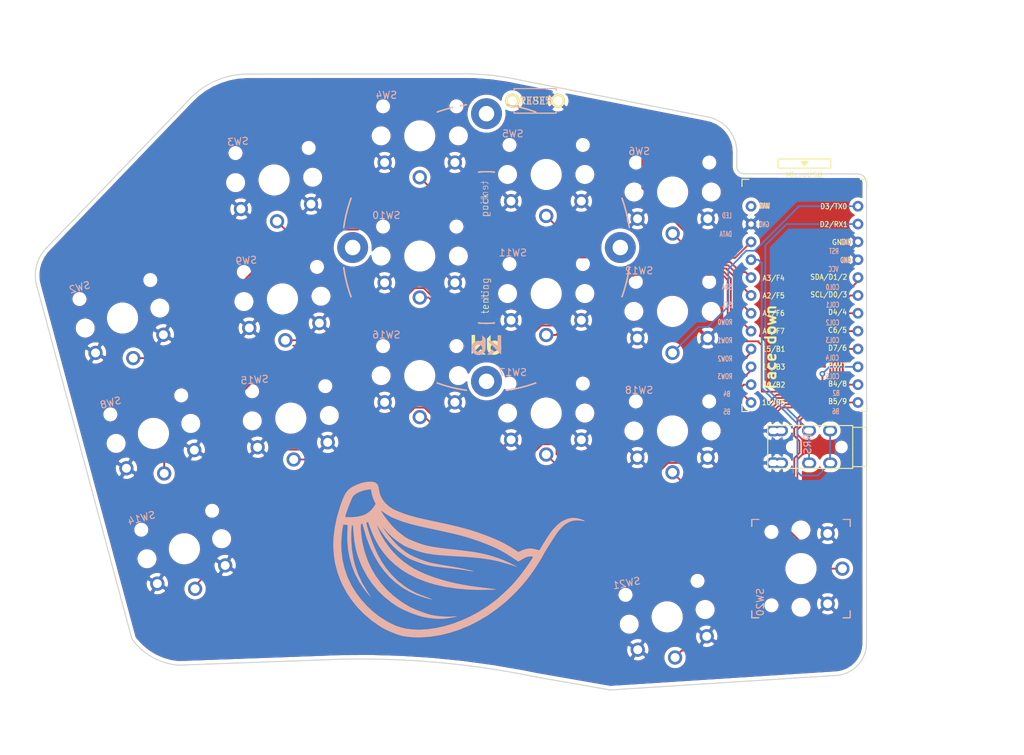
<source format=kicad_pcb>
(kicad_pcb (version 20171130) (host pcbnew 5.1.10)
  (layers (0 F.Cu signal) (31 B.Cu signal) (34 B.Paste user) (35 F.Paste user) (36 B.SilkS user) (37 F.SilkS user) (38 B.Mask user) (39 F.Mask user) (44 Edge.Cuts user))
  (net 0 "")
  (net 1 gnd)
  (net 2 vcc)
  (net 3 Switch18)
  (net 4 reset)
  (net 5 Switch1)
  (net 6 Switch2)
  (net 7 Switch3)
  (net 8 Switch4)
  (net 9 Switch5)
  (net 10 Switch6)
  (net 11 Switch7)
  (net 12 Switch8)
  (net 13 Switch9)
  (net 14 Switch10)
  (net 15 Switch11)
  (net 16 Switch12)
  (net 17 Switch13)
  (net 18 Switch14)
  (net 19 Switch15)
  (net 20 Switch16)
  (net 21 Switch17)
  (net 22 raw)
  (module Kailh:TRRS-PJ-DPB2 (layer F.Cu) (at 131.572 80.518 270)
    (fp_text reference J2)
    (fp_text value AudioJack4dpb hide)
    (fp_text user TRRS (at -0.8255 6.4135 90) (layer B.SilkS) (effects (justify mirror)))
    (pad R1 thru_hole oval (at -2.33 6.22 90) (size 1.6 2) (drill oval 0.9 1.3) (layers *.Cu *.Mask) (net 3 Switch18))
    (pad R2 thru_hole oval (at -2.33 3.22 90) (size 1.6 2) (drill oval 0.9 1.3) (layers *.Cu *.Mask) (net 2 vcc))
    (pad T thru_hole oval (at -2.33 10.22 90) (size 1.6 2) (drill oval 0.9 1.3) (layers *.Cu *.Mask) (net 1 gnd))
    (pad S thru_hole oval (at 2.27 11.32 90) (size 1.6 2) (drill oval 0.9 1.3) (layers *.Cu *.Mask) (net 1 gnd))
    (pad S thru_hole oval (at -2.3 11.3 270) (size 1.6 2) (drill oval 0.9 1.3) (layers *.Cu *.Mask) (net 1 gnd))
    (pad T thru_hole oval (at 2.3 10.2 270) (size 1.6 2) (drill oval 0.9 1.3) (layers *.Cu *.Mask) (net 1 gnd))
    (pad R2 thru_hole oval (at 2.3 3.2 270) (size 1.6 2) (drill oval 0.9 1.3) (layers *.Cu *.Mask) (net 2 vcc))
    (pad "" np_thru_hole circle (at 0 8.6 270) (size 0.8 0.8) (drill 0.8) (layers *.Cu *.Mask))
    (pad "" np_thru_hole circle (at 0 1.6 270) (size 0.8 0.8) (drill 0.8) (layers *.Cu *.Mask))
    (pad R1 thru_hole oval (at 2.3 6.2 270) (size 1.6 2) (drill oval 0.9 1.3) (layers *.Cu *.Mask) (net 3 Switch18))
  )
  (module Kailh:SW_PG1350_15_reversible_b2 (layer F.Cu) (at 124.206 97.836 90)
    (fp_text reference SW20 hide)
    (fp_text value SW_Push hide)
    (fp_text user %R (at -4.76 -5.8 90) (layer B.SilkS) (effects (justify mirror)))
    (pad "" np_thru_hole circle (at -5.5 0 90) (size 1.7018 1.7018) (drill 1.7018) (layers *.Cu *.Mask))
    (pad "" np_thru_hole circle (at 5.5 0 90) (size 1.7018 1.7018) (drill 1.7018) (layers *.Cu *.Mask))
    (pad "" np_thru_hole circle (at 5.22 -4.2 90) (size 0.9906 0.9906) (drill 0.9906) (layers *.Cu *.Mask))
    (pad 1 thru_hole circle (at 0 5.9 90) (size 2.032 2.032) (drill 1.27) (layers *.Cu *.Mask) (net 21 Switch17))
    (pad 2 thru_hole circle (at -5 3.8 90) (size 2.032 2.032) (drill 1.27) (layers *.Cu *.Mask) (net 1 gnd))
    (pad "" np_thru_hole circle (at 0 0 90) (size 3.429 3.429) (drill 3.429) (layers *.Cu *.Mask))
    (pad 2 thru_hole circle (at 5 3.8 90) (size 2.032 2.032) (drill 1.27) (layers *.Cu *.Mask) (net 1 gnd))
    (pad "" np_thru_hole circle (at -5.22 -4.2 90) (size 0.9906 0.9906) (drill 0.9906) (layers *.Cu *.Mask))
  )
  (module Kailh:SW_PG1350_rev_DPB (layer F.Cu) (at 27.626215 62.16335 15)
    (fp_text reference SW2 hide)
    (fp_text value SW_Push hide)
    (fp_text user %R (at -4.76 -5.8 15) (layer B.SilkS) (effects (justify mirror)))
    (pad "" np_thru_hole circle (at -5.5 0 15) (size 1.7018 1.7018) (drill 1.7018) (layers *.Cu *.Mask))
    (pad "" np_thru_hole circle (at 5.5 0 15) (size 1.7018 1.7018) (drill 1.7018) (layers *.Cu *.Mask))
    (pad "" np_thru_hole circle (at 5.22 -4.2 15) (size 0.9906 0.9906) (drill 0.9906) (layers *.Cu *.Mask))
    (pad 1 thru_hole circle (at 0 5.9 15) (size 2.032 2.032) (drill 1.27) (layers *.Cu *.Mask) (net 5 Switch1))
    (pad 2 thru_hole circle (at -5 3.8 15) (size 2.032 2.032) (drill 1.27) (layers *.Cu *.Mask) (net 1 gnd))
    (pad "" np_thru_hole circle (at 0 0 15) (size 3.429 3.429) (drill 3.429) (layers *.Cu *.Mask))
    (pad 2 thru_hole circle (at 5 3.8 15) (size 2.032 2.032) (drill 1.27) (layers *.Cu *.Mask) (net 1 gnd))
    (pad "" np_thru_hole circle (at -5.22 -4.2 15) (size 0.9906 0.9906) (drill 0.9906) (layers *.Cu *.Mask))
  )
  (module Kailh:SW_PG1350_rev_DPB (layer F.Cu) (at 49.20797 42.504143 4)
    (fp_text reference SW3 hide)
    (fp_text value SW_Push hide)
    (fp_text user %R (at -4.76 -5.8 4) (layer B.SilkS) (effects (justify mirror)))
    (pad "" np_thru_hole circle (at -5.5 0 4) (size 1.7018 1.7018) (drill 1.7018) (layers *.Cu *.Mask))
    (pad "" np_thru_hole circle (at 5.5 0 4) (size 1.7018 1.7018) (drill 1.7018) (layers *.Cu *.Mask))
    (pad "" np_thru_hole circle (at 5.22 -4.2 4) (size 0.9906 0.9906) (drill 0.9906) (layers *.Cu *.Mask))
    (pad 1 thru_hole circle (at 0 5.9 4) (size 2.032 2.032) (drill 1.27) (layers *.Cu *.Mask) (net 6 Switch2))
    (pad 2 thru_hole circle (at -5 3.8 4) (size 2.032 2.032) (drill 1.27) (layers *.Cu *.Mask) (net 1 gnd))
    (pad "" np_thru_hole circle (at 0 0 4) (size 3.429 3.429) (drill 3.429) (layers *.Cu *.Mask))
    (pad 2 thru_hole circle (at 5 3.8 4) (size 2.032 2.032) (drill 1.27) (layers *.Cu *.Mask) (net 1 gnd))
    (pad "" np_thru_hole circle (at -5.22 -4.2 4) (size 0.9906 0.9906) (drill 0.9906) (layers *.Cu *.Mask))
  )
  (module Kailh:SW_PG1350_rev_DPB (layer F.Cu) (at 69.938 36.224)
    (fp_text reference SW4 hide)
    (fp_text value SW_Push hide)
    (fp_text user %R (at -4.76 -5.8) (layer B.SilkS) (effects (justify mirror)))
    (pad "" np_thru_hole circle (at -5.5 0) (size 1.7018 1.7018) (drill 1.7018) (layers *.Cu *.Mask))
    (pad "" np_thru_hole circle (at 5.5 0) (size 1.7018 1.7018) (drill 1.7018) (layers *.Cu *.Mask))
    (pad "" np_thru_hole circle (at 5.22 -4.2) (size 0.9906 0.9906) (drill 0.9906) (layers *.Cu *.Mask))
    (pad 1 thru_hole circle (at 0 5.9) (size 2.032 2.032) (drill 1.27) (layers *.Cu *.Mask) (net 7 Switch3))
    (pad 2 thru_hole circle (at -5 3.8) (size 2.032 2.032) (drill 1.27) (layers *.Cu *.Mask) (net 1 gnd))
    (pad "" np_thru_hole circle (at 0 0) (size 3.429 3.429) (drill 3.429) (layers *.Cu *.Mask))
    (pad 2 thru_hole circle (at 5 3.8) (size 2.032 2.032) (drill 1.27) (layers *.Cu *.Mask) (net 1 gnd))
    (pad "" np_thru_hole circle (at -5.22 -4.2) (size 0.9906 0.9906) (drill 0.9906) (layers *.Cu *.Mask))
  )
  (module Kailh:SW_PG1350_rev_DPB (layer F.Cu) (at 87.938 41.724)
    (fp_text reference SW5 hide)
    (fp_text value SW_Push hide)
    (fp_text user %R (at -4.76 -5.8) (layer B.SilkS) (effects (justify mirror)))
    (pad "" np_thru_hole circle (at -5.5 0) (size 1.7018 1.7018) (drill 1.7018) (layers *.Cu *.Mask))
    (pad "" np_thru_hole circle (at 5.5 0) (size 1.7018 1.7018) (drill 1.7018) (layers *.Cu *.Mask))
    (pad "" np_thru_hole circle (at 5.22 -4.2) (size 0.9906 0.9906) (drill 0.9906) (layers *.Cu *.Mask))
    (pad 1 thru_hole circle (at 0 5.9) (size 2.032 2.032) (drill 1.27) (layers *.Cu *.Mask) (net 8 Switch4))
    (pad 2 thru_hole circle (at -5 3.8) (size 2.032 2.032) (drill 1.27) (layers *.Cu *.Mask) (net 1 gnd))
    (pad "" np_thru_hole circle (at 0 0) (size 3.429 3.429) (drill 3.429) (layers *.Cu *.Mask))
    (pad 2 thru_hole circle (at 5 3.8) (size 2.032 2.032) (drill 1.27) (layers *.Cu *.Mask) (net 1 gnd))
    (pad "" np_thru_hole circle (at -5.22 -4.2) (size 0.9906 0.9906) (drill 0.9906) (layers *.Cu *.Mask))
  )
  (module Kailh:SW_PG1350_rev_DPB (layer F.Cu) (at 32.026138 78.58409 15)
    (fp_text reference SW8 hide)
    (fp_text value SW_Push hide)
    (fp_text user %R (at -4.76 -5.8 15) (layer B.SilkS) (effects (justify mirror)))
    (pad "" np_thru_hole circle (at -5.5 0 15) (size 1.7018 1.7018) (drill 1.7018) (layers *.Cu *.Mask))
    (pad "" np_thru_hole circle (at 5.5 0 15) (size 1.7018 1.7018) (drill 1.7018) (layers *.Cu *.Mask))
    (pad "" np_thru_hole circle (at 5.22 -4.2 15) (size 0.9906 0.9906) (drill 0.9906) (layers *.Cu *.Mask))
    (pad 1 thru_hole circle (at 0 5.9 15) (size 2.032 2.032) (drill 1.27) (layers *.Cu *.Mask) (net 10 Switch6))
    (pad 2 thru_hole circle (at -5 3.8 15) (size 2.032 2.032) (drill 1.27) (layers *.Cu *.Mask) (net 1 gnd))
    (pad "" np_thru_hole circle (at 0 0 15) (size 3.429 3.429) (drill 3.429) (layers *.Cu *.Mask))
    (pad 2 thru_hole circle (at 5 3.8 15) (size 2.032 2.032) (drill 1.27) (layers *.Cu *.Mask) (net 1 gnd))
    (pad "" np_thru_hole circle (at -5.22 -4.2 15) (size 0.9906 0.9906) (drill 0.9906) (layers *.Cu *.Mask))
  )
  (module Kailh:SW_PG1350_rev_DPB (layer F.Cu) (at 50.392017 59.436795 4)
    (fp_text reference SW9 hide)
    (fp_text value SW_Push hide)
    (fp_text user %R (at -4.76 -5.8 4) (layer B.SilkS) (effects (justify mirror)))
    (pad "" np_thru_hole circle (at -5.5 0 4) (size 1.7018 1.7018) (drill 1.7018) (layers *.Cu *.Mask))
    (pad "" np_thru_hole circle (at 5.5 0 4) (size 1.7018 1.7018) (drill 1.7018) (layers *.Cu *.Mask))
    (pad "" np_thru_hole circle (at 5.22 -4.2 4) (size 0.9906 0.9906) (drill 0.9906) (layers *.Cu *.Mask))
    (pad 1 thru_hole circle (at 0 5.9 4) (size 2.032 2.032) (drill 1.27) (layers *.Cu *.Mask) (net 11 Switch7))
    (pad 2 thru_hole circle (at -5 3.8 4) (size 2.032 2.032) (drill 1.27) (layers *.Cu *.Mask) (net 1 gnd))
    (pad "" np_thru_hole circle (at 0 0 4) (size 3.429 3.429) (drill 3.429) (layers *.Cu *.Mask))
    (pad 2 thru_hole circle (at 5 3.8 4) (size 2.032 2.032) (drill 1.27) (layers *.Cu *.Mask) (net 1 gnd))
    (pad "" np_thru_hole circle (at -5.22 -4.2 4) (size 0.9906 0.9906) (drill 0.9906) (layers *.Cu *.Mask))
  )
  (module Kailh:SW_PG1350_rev_DPB (layer F.Cu) (at 87.938 58.674)
    (fp_text reference SW11 hide)
    (fp_text value SW_Push hide)
    (fp_text user %R (at -4.76 -5.8) (layer B.SilkS) (effects (justify mirror)))
    (pad "" np_thru_hole circle (at -5.5 0) (size 1.7018 1.7018) (drill 1.7018) (layers *.Cu *.Mask))
    (pad "" np_thru_hole circle (at 5.5 0) (size 1.7018 1.7018) (drill 1.7018) (layers *.Cu *.Mask))
    (pad "" np_thru_hole circle (at 5.22 -4.2) (size 0.9906 0.9906) (drill 0.9906) (layers *.Cu *.Mask))
    (pad 1 thru_hole circle (at 0 5.9) (size 2.032 2.032) (drill 1.27) (layers *.Cu *.Mask) (net 13 Switch9))
    (pad 2 thru_hole circle (at -5 3.8) (size 2.032 2.032) (drill 1.27) (layers *.Cu *.Mask) (net 1 gnd))
    (pad "" np_thru_hole circle (at 0 0) (size 3.429 3.429) (drill 3.429) (layers *.Cu *.Mask))
    (pad 2 thru_hole circle (at 5 3.8) (size 2.032 2.032) (drill 1.27) (layers *.Cu *.Mask) (net 1 gnd))
    (pad "" np_thru_hole circle (at -5.22 -4.2) (size 0.9906 0.9906) (drill 0.9906) (layers *.Cu *.Mask))
  )
  (module Kailh:SW_PG1350_rev_DPB (layer F.Cu) (at 105.918 61.214)
    (fp_text reference SW12 hide)
    (fp_text value SW_Push hide)
    (fp_text user %R (at -4.76 -5.8) (layer B.SilkS) (effects (justify mirror)))
    (pad "" np_thru_hole circle (at -5.5 0) (size 1.7018 1.7018) (drill 1.7018) (layers *.Cu *.Mask))
    (pad "" np_thru_hole circle (at 5.5 0) (size 1.7018 1.7018) (drill 1.7018) (layers *.Cu *.Mask))
    (pad "" np_thru_hole circle (at 5.22 -4.2) (size 0.9906 0.9906) (drill 0.9906) (layers *.Cu *.Mask))
    (pad 1 thru_hole circle (at 0 5.9) (size 2.032 2.032) (drill 1.27) (layers *.Cu *.Mask) (net 14 Switch10))
    (pad 2 thru_hole circle (at -5 3.8) (size 2.032 2.032) (drill 1.27) (layers *.Cu *.Mask) (net 1 gnd))
    (pad "" np_thru_hole circle (at 0 0) (size 3.429 3.429) (drill 3.429) (layers *.Cu *.Mask))
    (pad 2 thru_hole circle (at 5 3.8) (size 2.032 2.032) (drill 1.27) (layers *.Cu *.Mask) (net 1 gnd))
    (pad "" np_thru_hole circle (at -5.22 -4.2) (size 0.9906 0.9906) (drill 0.9906) (layers *.Cu *.Mask))
  )
  (module Kailh:SW_PG1350_rev_DPB (layer F.Cu) (at 36.426062 95.004829 15)
    (fp_text reference SW14 hide)
    (fp_text value SW_Push hide)
    (fp_text user %R (at -4.76 -5.8 15) (layer B.SilkS) (effects (justify mirror)))
    (pad "" np_thru_hole circle (at -5.5 0 15) (size 1.7018 1.7018) (drill 1.7018) (layers *.Cu *.Mask))
    (pad "" np_thru_hole circle (at 5.5 0 15) (size 1.7018 1.7018) (drill 1.7018) (layers *.Cu *.Mask))
    (pad "" np_thru_hole circle (at 5.22 -4.2 15) (size 0.9906 0.9906) (drill 0.9906) (layers *.Cu *.Mask))
    (pad 1 thru_hole circle (at 0 5.9 15) (size 2.032 2.032) (drill 1.27) (layers *.Cu *.Mask) (net 15 Switch11))
    (pad 2 thru_hole circle (at -5 3.8 15) (size 2.032 2.032) (drill 1.27) (layers *.Cu *.Mask) (net 1 gnd))
    (pad "" np_thru_hole circle (at 0 0 15) (size 3.429 3.429) (drill 3.429) (layers *.Cu *.Mask))
    (pad 2 thru_hole circle (at 5 3.8 15) (size 2.032 2.032) (drill 1.27) (layers *.Cu *.Mask) (net 1 gnd))
    (pad "" np_thru_hole circle (at -5.22 -4.2 15) (size 0.9906 0.9906) (drill 0.9906) (layers *.Cu *.Mask))
  )
  (module Kailh:SW_PG1350_rev_DPB (layer F.Cu) (at 51.579132 76.41334 4)
    (fp_text reference SW15 hide)
    (fp_text value SW_Push hide)
    (fp_text user %R (at -4.76 -5.8 4) (layer B.SilkS) (effects (justify mirror)))
    (pad "" np_thru_hole circle (at -5.5 0 4) (size 1.7018 1.7018) (drill 1.7018) (layers *.Cu *.Mask))
    (pad "" np_thru_hole circle (at 5.5 0 4) (size 1.7018 1.7018) (drill 1.7018) (layers *.Cu *.Mask))
    (pad "" np_thru_hole circle (at 5.22 -4.2 4) (size 0.9906 0.9906) (drill 0.9906) (layers *.Cu *.Mask))
    (pad 1 thru_hole circle (at 0 5.9 4) (size 2.032 2.032) (drill 1.27) (layers *.Cu *.Mask) (net 16 Switch12))
    (pad 2 thru_hole circle (at -5 3.8 4) (size 2.032 2.032) (drill 1.27) (layers *.Cu *.Mask) (net 1 gnd))
    (pad "" np_thru_hole circle (at 0 0 4) (size 3.429 3.429) (drill 3.429) (layers *.Cu *.Mask))
    (pad 2 thru_hole circle (at 5 3.8 4) (size 2.032 2.032) (drill 1.27) (layers *.Cu *.Mask) (net 1 gnd))
    (pad "" np_thru_hole circle (at -5.22 -4.2 4) (size 0.9906 0.9906) (drill 0.9906) (layers *.Cu *.Mask))
  )
  (module Kailh:SW_PG1350_rev_DPB (layer F.Cu) (at 69.938 70.358)
    (fp_text reference SW16 hide)
    (fp_text value SW_Push hide)
    (fp_text user %R (at -4.76 -5.8) (layer B.SilkS) (effects (justify mirror)))
    (pad "" np_thru_hole circle (at -5.5 0) (size 1.7018 1.7018) (drill 1.7018) (layers *.Cu *.Mask))
    (pad "" np_thru_hole circle (at 5.5 0) (size 1.7018 1.7018) (drill 1.7018) (layers *.Cu *.Mask))
    (pad "" np_thru_hole circle (at 5.22 -4.2) (size 0.9906 0.9906) (drill 0.9906) (layers *.Cu *.Mask))
    (pad 1 thru_hole circle (at 0 5.9) (size 2.032 2.032) (drill 1.27) (layers *.Cu *.Mask) (net 17 Switch13))
    (pad 2 thru_hole circle (at -5 3.8) (size 2.032 2.032) (drill 1.27) (layers *.Cu *.Mask) (net 1 gnd))
    (pad "" np_thru_hole circle (at 0 0) (size 3.429 3.429) (drill 3.429) (layers *.Cu *.Mask))
    (pad 2 thru_hole circle (at 5 3.8) (size 2.032 2.032) (drill 1.27) (layers *.Cu *.Mask) (net 1 gnd))
    (pad "" np_thru_hole circle (at -5.22 -4.2) (size 0.9906 0.9906) (drill 0.9906) (layers *.Cu *.Mask))
  )
  (module Kailh:SW_PG1350_rev_DPB (layer F.Cu) (at 87.938 75.692)
    (fp_text reference SW17 hide)
    (fp_text value SW_Push hide)
    (fp_text user %R (at -4.76 -5.8) (layer B.SilkS) (effects (justify mirror)))
    (pad "" np_thru_hole circle (at -5.5 0) (size 1.7018 1.7018) (drill 1.7018) (layers *.Cu *.Mask))
    (pad "" np_thru_hole circle (at 5.5 0) (size 1.7018 1.7018) (drill 1.7018) (layers *.Cu *.Mask))
    (pad "" np_thru_hole circle (at 5.22 -4.2) (size 0.9906 0.9906) (drill 0.9906) (layers *.Cu *.Mask))
    (pad 1 thru_hole circle (at 0 5.9) (size 2.032 2.032) (drill 1.27) (layers *.Cu *.Mask) (net 18 Switch14))
    (pad 2 thru_hole circle (at -5 3.8) (size 2.032 2.032) (drill 1.27) (layers *.Cu *.Mask) (net 1 gnd))
    (pad "" np_thru_hole circle (at 0 0) (size 3.429 3.429) (drill 3.429) (layers *.Cu *.Mask))
    (pad 2 thru_hole circle (at 5 3.8) (size 2.032 2.032) (drill 1.27) (layers *.Cu *.Mask) (net 1 gnd))
    (pad "" np_thru_hole circle (at -5.22 -4.2) (size 0.9906 0.9906) (drill 0.9906) (layers *.Cu *.Mask))
  )
  (module Kailh:SW_PG1350_rev_DPB (layer F.Cu) (at 105.918 78.232)
    (fp_text reference SW18 hide)
    (fp_text value SW_Push hide)
    (fp_text user %R (at -4.76 -5.8) (layer B.SilkS) (effects (justify mirror)))
    (pad "" np_thru_hole circle (at -5.5 0) (size 1.7018 1.7018) (drill 1.7018) (layers *.Cu *.Mask))
    (pad "" np_thru_hole circle (at 5.5 0) (size 1.7018 1.7018) (drill 1.7018) (layers *.Cu *.Mask))
    (pad "" np_thru_hole circle (at 5.22 -4.2) (size 0.9906 0.9906) (drill 0.9906) (layers *.Cu *.Mask))
    (pad 1 thru_hole circle (at 0 5.9) (size 2.032 2.032) (drill 1.27) (layers *.Cu *.Mask) (net 19 Switch15))
    (pad 2 thru_hole circle (at -5 3.8) (size 2.032 2.032) (drill 1.27) (layers *.Cu *.Mask) (net 1 gnd))
    (pad "" np_thru_hole circle (at 0 0) (size 3.429 3.429) (drill 3.429) (layers *.Cu *.Mask))
    (pad 2 thru_hole circle (at 5 3.8) (size 2.032 2.032) (drill 1.27) (layers *.Cu *.Mask) (net 1 gnd))
    (pad "" np_thru_hole circle (at -5.22 -4.2) (size 0.9906 0.9906) (drill 0.9906) (layers *.Cu *.Mask))
  )
  (module Kailh:SW_PG1350_rev_DPB (layer F.Cu) (at 105.156 104.694 11)
    (fp_text reference SW21 hide)
    (fp_text value SW_Push hide)
    (fp_text user %R (at -4.759999 -5.8 11) (layer B.SilkS) (effects (justify mirror)))
    (pad "" np_thru_hole circle (at -5.5 0 11) (size 1.7018 1.7018) (drill 1.7018) (layers *.Cu *.Mask))
    (pad "" np_thru_hole circle (at 5.5 0 11) (size 1.7018 1.7018) (drill 1.7018) (layers *.Cu *.Mask))
    (pad "" np_thru_hole circle (at 5.22 -4.2 11) (size 0.9906 0.9906) (drill 0.9906) (layers *.Cu *.Mask))
    (pad 1 thru_hole circle (at 0 5.9 11) (size 2.032 2.032) (drill 1.27) (layers *.Cu *.Mask) (net 20 Switch16))
    (pad 2 thru_hole circle (at -5 3.8 11) (size 2.032 2.032) (drill 1.27) (layers *.Cu *.Mask) (net 1 gnd))
    (pad "" np_thru_hole circle (at 0 0 11) (size 3.429 3.429) (drill 3.429) (layers *.Cu *.Mask))
    (pad 2 thru_hole circle (at 5 3.8 11) (size 2.032 2.032) (drill 1.27) (layers *.Cu *.Mask) (net 1 gnd))
    (pad "" np_thru_hole circle (at -5.22 -4.2 11) (size 0.9906 0.9906) (drill 0.9906) (layers *.Cu *.Mask))
  )
  (module Kailh:SW_PG1350_rev_DPB (layer F.Cu) (at 105.938 44.224)
    (fp_text reference SW6 hide)
    (fp_text value SW_Push hide)
    (fp_text user %R (at -4.76 -5.8) (layer B.SilkS) (effects (justify mirror)))
    (pad "" np_thru_hole circle (at -5.5 0) (size 1.7018 1.7018) (drill 1.7018) (layers *.Cu *.Mask))
    (pad "" np_thru_hole circle (at 5.5 0) (size 1.7018 1.7018) (drill 1.7018) (layers *.Cu *.Mask))
    (pad "" np_thru_hole circle (at 5.22 -4.2) (size 0.9906 0.9906) (drill 0.9906) (layers *.Cu *.Mask))
    (pad 1 thru_hole circle (at 0 5.9) (size 2.032 2.032) (drill 1.27) (layers *.Cu *.Mask) (net 9 Switch5))
    (pad 2 thru_hole circle (at -5 3.8) (size 2.032 2.032) (drill 1.27) (layers *.Cu *.Mask) (net 1 gnd))
    (pad "" np_thru_hole circle (at 0 0) (size 3.429 3.429) (drill 3.429) (layers *.Cu *.Mask))
    (pad 2 thru_hole circle (at 5 3.8) (size 2.032 2.032) (drill 1.27) (layers *.Cu *.Mask) (net 1 gnd))
    (pad "" np_thru_hole circle (at -5.22 -4.2) (size 0.9906 0.9906) (drill 0.9906) (layers *.Cu *.Mask))
  )
  (module kbd:ProMicro_v3_min_dual (layer F.Cu) (at 124.706 60.722)
    (fp_text reference U1 hide)
    (fp_text value ProMicro-kbd hide)
    (fp_text user ROW1 (at -11.3 4.6355) (layer B.SilkS) (effects (font (size 0.75 0.5) (thickness 0.125)) (justify mirror)))
    (fp_text user COL4 (at 3.95 7.112) (layer B.SilkS) (effects (font (size 0.75 0.5) (thickness 0.125)) (justify mirror)))
    (fp_text user ROW2 (at -11.3 7.239) (layer B.SilkS) (effects (font (size 0.75 0.5) (thickness 0.125)) (justify mirror)))
    (fp_text user COL5 (at 4 9.75) (layer B.SilkS) (effects (font (size 0.75 0.5) (thickness 0.125)) (justify mirror)))
    (fp_text user ROW3 (at -11.3 9.75) (layer B.SilkS) (effects (font (size 0.75 0.5) (thickness 0.125)) (justify mirror)))
    (fp_text user B2 (at 4.5085 12.1285) (layer B.SilkS) (effects (font (size 0.75 0.5) (thickness 0.125)) (justify mirror)))
    (fp_text user B4 (at -11.049 12.2555) (layer B.SilkS) (effects (font (size 0.75 0.5) (thickness 0.125)) (justify mirror)))
    (fp_text user B5 (at -11.049 14.7955) (layer B.SilkS) (effects (font (size 0.75 0.5) (thickness 0.125)) (justify mirror)))
    (fp_text user B6 (at 4.445 14.732) (layer B.SilkS) (effects (font (size 0.75 0.5) (thickness 0.125)) (justify mirror)))
    (fp_text user COL0 (at 4 -2.95) (layer B.SilkS) (effects (font (size 0.75 0.5) (thickness 0.125)) (justify mirror)))
    (fp_text user SDA (at -11.049 -2.9845) (layer B.SilkS) (effects (font (size 0.75 0.5) (thickness 0.125)) (justify mirror)))
    (fp_text user COL1 (at 4 -0.4445) (layer B.SilkS) (effects (font (size 0.75 0.5) (thickness 0.125)) (justify mirror)))
    (fp_text user SCL (at -11.049 -0.4445) (layer B.SilkS) (effects (font (size 0.75 0.5) (thickness 0.125)) (justify mirror)))
    (fp_text user COL2 (at 4 2.1) (layer B.SilkS) (effects (font (size 0.75 0.5) (thickness 0.125)) (justify mirror)))
    (fp_text user ROW0 (at -11.3 2.032) (layer B.SilkS) (effects (font (size 0.75 0.5) (thickness 0.125)) (justify mirror)))
    (fp_text user COL3 (at 4 4.6) (layer B.SilkS) (effects (font (size 0.75 0.5) (thickness 0.125)) (justify mirror)))
    (fp_text user DATA (at -11.2 -10.5) (layer B.SilkS) (effects (font (size 0.75 0.5) (thickness 0.125)) (justify mirror)))
    (fp_text user LED (at -11.049 -13.1445) (layer B.SilkS) (effects (font (size 0.75 0.5) (thickness 0.125)) (justify mirror)))
    (fp_text user RST (at 4.191 -8.0645 unlocked) (layer B.SilkS) (effects (font (size 0.75 0.5) (thickness 0.125)) (justify mirror)))
    (fp_text user VCC (at 4.1275 -5.5245 unlocked) (layer B.SilkS) (effects (font (size 0.75 0.5) (thickness 0.125)) (justify mirror)))
    (fp_text user A3/F4 (at -4.395 -4.25 unlocked) (layer F.SilkS) (effects (font (size 0.75 0.67) (thickness 0.125))))
    (fp_text user A2/F5 (at -4.395 -1.75 unlocked) (layer F.SilkS) (effects (font (size 0.75 0.67) (thickness 0.125))))
    (fp_text user A1/F6 (at -4.395 0.75 unlocked) (layer F.SilkS) (effects (font (size 0.75 0.67) (thickness 0.125))))
    (fp_text user A0/F7 (at -4.395 3.3 unlocked) (layer F.SilkS) (effects (font (size 0.75 0.67) (thickness 0.125))))
    (fp_text user 15/B1 (at -4.395 5.85 unlocked) (layer F.SilkS) (effects (font (size 0.75 0.67) (thickness 0.125))))
    (fp_text user 14/B3 (at -4.395 8.4 unlocked) (layer F.SilkS) (effects (font (size 0.75 0.67) (thickness 0.125))))
    (fp_text user 10/B6 (at -4.395 13.45 unlocked) (layer F.SilkS) (effects (font (size 0.75 0.67) (thickness 0.125))))
    (fp_text user 16/B2 (at -4.395 10.95 unlocked) (layer F.SilkS) (effects (font (size 0.75 0.67) (thickness 0.125))))
    (fp_text user E6/7 (at 4.705 8.25 unlocked) (layer F.SilkS) (effects (font (size 0.75 0.67) (thickness 0.125))))
    (fp_text user D7/6 (at 4.705 5.7 unlocked) (layer F.SilkS) (effects (font (size 0.75 0.67) (thickness 0.125))))
    (fp_text user D3/TX0 (at 4.155 -14.45 unlocked) (layer F.SilkS) (effects (font (size 0.75 0.67) (thickness 0.125))))
    (fp_text user D4/4 (at 4.705 0.6 unlocked) (layer F.SilkS) (effects (font (size 0.75 0.67) (thickness 0.125))))
    (fp_text user SDA/D1/2 (at 3.455 -4.4 unlocked) (layer F.SilkS) (effects (font (size 0.75 0.67) (thickness 0.125))))
    (fp_text user SCL/D0/3 (at 3.455 -1.9 unlocked) (layer F.SilkS) (effects (font (size 0.75 0.67) (thickness 0.125))))
    (fp_text user C6/5 (at 4.705 3.15 unlocked) (layer F.SilkS) (effects (font (size 0.75 0.67) (thickness 0.125))))
    (fp_text user B5/9 (at 4.705 13.3 unlocked) (layer F.SilkS) (effects (font (size 0.75 0.67) (thickness 0.125))))
    (fp_text user D2/RX1 (at 4.155 -11.9 unlocked) (layer F.SilkS) (effects (font (size 0.75 0.67) (thickness 0.125))))
    (fp_text user B4/8 (at 4.705 10.8 unlocked) (layer F.SilkS) (effects (font (size 0.75 0.67) (thickness 0.125))))
    (fp_text user "" (at -1.2065 -16.256) (layer B.SilkS) (effects (justify mirror)))
    (fp_text user "" (at -0.5 -17.25) (layer F.SilkS))
    (fp_text user RAW (at -5.64 -14.52 unlocked) (layer B.SilkS) (effects (font (size 0.75 0.5) (thickness 0.125)) (justify mirror)))
    (fp_text user MicroUSB (at -0.05 -18.95) (layer F.SilkS) (effects (font (size 0.75 0.75) (thickness 0.12))))
    (fp_text user RAW (at -5.67 -14.52) (layer F.SilkS) (effects (font (size 0.75 0.5) (thickness 0.125))))
    (fp_text user GND (at 4.955 -9.35) (layer F.SilkS) (effects (font (size 0.75 0.67) (thickness 0.125))))
    (fp_text user GND (at -5.77 -11.88) (layer B.SilkS) (effects (font (size 0.75 0.5) (thickness 0.125)) (justify mirror)))
    (fp_text user GND (at 5.88 -9.35) (layer B.SilkS) (effects (font (size 0.75 0.5) (thickness 0.125)) (justify mirror)))
    (fp_text user GND (at 5.88 -9.38) (layer F.SilkS) (effects (font (size 0.75 0.5) (thickness 0.125))))
    (fp_text user GND (at 5.86 -6.77) (layer B.SilkS) (effects (font (size 0.75 0.5) (thickness 0.125)) (justify mirror)))
    (fp_text user GND (at 5.86 -6.8) (layer F.SilkS) (effects (font (size 0.75 0.5) (thickness 0.125))))
    (pad 24 thru_hole circle (at -7.6086 -14.478) (size 1.524 1.524) (drill 0.8128) (layers *.Cu *.Mask) (net 22 raw))
    (pad 23 thru_hole circle (at -7.6086 -11.938) (size 1.524 1.524) (drill 0.8128) (layers *.Cu *.Mask) (net 1 gnd))
    (pad 22 thru_hole circle (at -7.6086 -9.398) (size 1.524 1.524) (drill 0.8128) (layers *.Cu *.Mask) (net 4 reset))
    (pad 21 thru_hole circle (at -7.6086 -6.858) (size 1.524 1.524) (drill 0.8128) (layers *.Cu *.Mask) (net 2 vcc))
    (pad 20 thru_hole circle (at -7.6086 -4.318) (size 1.524 1.524) (drill 0.8128) (layers *.Cu *.Mask) (net 9 Switch5))
    (pad 19 thru_hole circle (at -7.6086 -1.778) (size 1.524 1.524) (drill 0.8128) (layers *.Cu *.Mask) (net 8 Switch4))
    (pad 18 thru_hole circle (at -7.6086 0.762) (size 1.524 1.524) (drill 0.8128) (layers *.Cu *.Mask) (net 7 Switch3))
    (pad 17 thru_hole circle (at -7.6086 3.302) (size 1.524 1.524) (drill 0.8128) (layers *.Cu *.Mask) (net 6 Switch2))
    (pad 16 thru_hole circle (at -7.6086 5.842) (size 1.524 1.524) (drill 0.8128) (layers *.Cu *.Mask) (net 10 Switch6))
    (pad 15 thru_hole circle (at -7.6086 8.382) (size 1.524 1.524) (drill 0.8128) (layers *.Cu *.Mask) (net 11 Switch7))
    (pad 14 thru_hole circle (at -7.6086 10.922) (size 1.524 1.524) (drill 0.8128) (layers *.Cu *.Mask) (net 12 Switch8))
    (pad 13 thru_hole circle (at -7.6086 13.462) (size 1.524 1.524) (drill 0.8128) (layers *.Cu *.Mask) (net 13 Switch9))
    (pad 12 thru_hole circle (at 7.6114 13.462) (size 1.524 1.524) (drill 0.8128) (layers *.Cu *.Mask) (net 21 Switch17))
    (pad 11 thru_hole circle (at 7.6114 10.922) (size 1.524 1.524) (drill 0.8128) (layers *.Cu *.Mask) (net 20 Switch16))
    (pad 10 thru_hole circle (at 7.6114 8.382) (size 1.524 1.524) (drill 0.8128) (layers *.Cu *.Mask) (net 5 Switch1))
    (pad 9 thru_hole circle (at 7.6114 5.842) (size 1.524 1.524) (drill 0.8128) (layers *.Cu *.Mask) (net 19 Switch15))
    (pad 8 thru_hole circle (at 7.6114 3.302) (size 1.524 1.524) (drill 0.8128) (layers *.Cu *.Mask) (net 18 Switch14))
    (pad 7 thru_hole circle (at 7.6114 0.762) (size 1.524 1.524) (drill 0.8128) (layers *.Cu *.Mask) (net 17 Switch13))
    (pad 6 thru_hole circle (at 7.6114 -1.778) (size 1.524 1.524) (drill 0.8128) (layers *.Cu *.Mask) (net 16 Switch12))
    (pad 5 thru_hole circle (at 7.6114 -4.318) (size 1.524 1.524) (drill 0.8128) (layers *.Cu *.Mask) (net 15 Switch11))
    (pad 4 thru_hole circle (at 7.6114 -6.858) (size 1.524 1.524) (drill 0.8128) (layers *.Cu *.Mask) (net 1 gnd))
    (pad 3 thru_hole circle (at 7.6114 -9.398) (size 1.524 1.524) (drill 0.8128) (layers *.Cu *.Mask) (net 1 gnd))
    (pad 2 thru_hole circle (at 7.6114 -11.938) (size 1.524 1.524) (drill 0.8128) (layers *.Cu *.Mask) (net 3 Switch18))
    (pad 1 thru_hole circle (at 7.6114 -14.478) (size 1.524 1.524) (drill 0.8128) (layers *.Cu *.Mask) (net 14 Switch10))
  )
  (module kbd:ResetSW (layer F.Cu) (at 86.36 31.242)
    (fp_text reference RSW1 hide)
    (fp_text value SW_Push)
    (fp_text user RESET (at 0 0) (layer F.SilkS))
    (fp_text user RESET (at 0.127 0) (layer B.SilkS) (effects (justify mirror)))
    (pad 2 thru_hole circle (at -3.25 0) (size 2 2) (drill 1.3) (layers *.Cu *.Mask F.SilkS) (net 4 reset))
    (pad 1 thru_hole circle (at 3.25 0) (size 2 2) (drill 1.3) (layers *.Cu *.Mask F.SilkS) (net 1 gnd))
  )
  (module kbd:garlic (layer B.Cu) (at 73.66 96.774 160)
    (fp_text reference G*** hide)
    (fp_text value LOGO hide)
  )
  (module Kailh:SW_PG1350_rev_DPB (layer F.Cu) (at 69.938 53.34)
    (fp_text reference SW10 hide)
    (fp_text value SW_Push hide)
    (fp_text user %R (at -4.76 -5.8) (layer B.SilkS) (effects (justify mirror)))
    (pad "" np_thru_hole circle (at -5.5 0) (size 1.7018 1.7018) (drill 1.7018) (layers *.Cu *.Mask))
    (pad "" np_thru_hole circle (at 5.5 0) (size 1.7018 1.7018) (drill 1.7018) (layers *.Cu *.Mask))
    (pad "" np_thru_hole circle (at 5.22 -4.2) (size 0.9906 0.9906) (drill 0.9906) (layers *.Cu *.Mask))
    (pad 1 thru_hole circle (at 0 5.9) (size 2.032 2.032) (drill 1.27) (layers *.Cu *.Mask) (net 12 Switch8))
    (pad 2 thru_hole circle (at -5 3.8) (size 2.032 2.032) (drill 1.27) (layers *.Cu *.Mask) (net 1 gnd))
    (pad "" np_thru_hole circle (at 0 0) (size 3.429 3.429) (drill 3.429) (layers *.Cu *.Mask))
    (pad 2 thru_hole circle (at 5 3.8) (size 2.032 2.032) (drill 1.27) (layers *.Cu *.Mask) (net 1 gnd))
    (pad "" np_thru_hole circle (at -5.22 -4.2) (size 0.9906 0.9906) (drill 0.9906) (layers *.Cu *.Mask))
  )
  (module kbd:Tenting_Puck2 (layer F.Cu) (at 79.438 52.124)
    (fp_text reference REF**)
    (fp_text value "Tenting Puck")
    (fp_text user tenting (at -0.1905 6.858 90) (layer F.SilkS) (effects (font (thickness 0.1))))
    (fp_text user puck (at -0.254 -6.0325 90) (layer F.SilkS) (effects (font (thickness 0.1))))
    (fp_text user tenting (at -0.254 -6.9215 90) (layer B.SilkS) (effects (font (thickness 0.1)) (justify mirror)))
    (fp_text user puck (at -0.1905 6.0325 90 unlocked) (layer B.SilkS) (effects (font (thickness 0.1)) (justify mirror)))
    (pad 1 thru_hole circle (at 0 -19.05) (size 4.4 4.4) (drill 2.2) (layers *.Cu *.Mask))
    (pad 1 thru_hole circle (at 19.05 0) (size 4.4 4.4) (drill 2.2) (layers *.Cu *.Mask))
    (pad 1 thru_hole circle (at 0 19.05) (size 4.4 4.4) (drill 2.2) (layers *.Cu *.Mask))
    (pad 1 thru_hole circle (at -19.05 0) (size 4.4 4.4) (drill 2.2) (layers *.Cu *.Mask))
  )
  (gr_line (start 133.53368 49.276) (end 133.53368 42.926) (angle 90) (layer Edge.Cuts) (width 0.15))
  (gr_line (start 133.53368 80.772) (end 133.53368 49.276) (angle 90) (layer Edge.Cuts) (width 0.15))
  (gr_arc (start 109.967672 38.549349) (end 115.065179 38.841439) (angle -84.49083169) (layer Edge.Cuts) (width 0.15))
  (gr_arc (start 116.078 40.609686) (end 115.062 40.64) (angle -90.73840941) (layer Edge.Cuts) (width 0.15))
  (gr_line (start 35.549948 111.575617) (end 58.783546 110.725903) (layer Edge.Cuts) (width 0.15))
  (gr_line (start 75.437472 27.407567) (end 45.466 27.432) (angle 90) (layer Edge.Cuts) (width 0.15))
  (gr_line (start 133.53368 108.458) (end 133.53368 92.202) (angle 90) (layer Edge.Cuts) (width 0.15))
  (gr_line (start 110.747799 33.50343) (end 84.365607 28.321399) (angle 90) (layer Edge.Cuts) (width 0.15))
  (gr_line (start 133.53368 92.202) (end 133.53368 80.772) (angle 90) (layer Edge.Cuts) (width 0.15))
  (gr_line (start 15.494 57.822) (end 28.960398 107.848346) (angle 90) (layer Edge.Cuts) (width 0.15))
  (gr_line (start 132.183836 41.648473) (end 116.121405 41.625211) (angle 90) (layer Edge.Cuts) (width 0.15))
  (gr_arc (start 45.466 38.862) (end 45.466 27.432) (angle -47.72631099) (layer Edge.Cuts) (width 0.15))
  (gr_arc (start 132.26368 42.916) (end 133.53368 42.926) (angle -94.05555909) (layer Edge.Cuts) (width 0.15))
  (gr_line (start 115.062 40.64) (end 115.065179 38.841439) (angle 90) (layer Edge.Cuts) (width 0.15))
  (gr_arc (start 20.786299 56.073296) (end 16.845839 52.13132) (angle -63.29582795) (layer Edge.Cuts) (width 0.15))
  (gr_line (start 37.008485 31.17335) (end 16.845839 52.13132) (angle 90) (layer Edge.Cuts) (width 0.15))
  (gr_arc (start 36.326398 102.514346) (end 28.960398 107.848346) (angle -49.19263052) (layer Edge.Cuts) (width 0.15))
  (gr_line (start 97.284813 115.091456) (end 129.286 113.03) (layer Edge.Cuts) (width 0.15))
  (gr_line (start 86.614 113.284) (end 96.774 115.062) (layer Edge.Cuts) (width 0.15))
  (gr_arc (start 128.949299 108.458) (end 129.286 113.03) (angle -85.78810506) (layer Edge.Cuts) (width 0.15))
  (gr_arc (start 76.223921 63.79479) (end 84.365607 28.321399) (angle -14.16454563) (layer Edge.Cuts) (width 0.15))
  (gr_arc (start 61.491282 233.935279) (end 58.783546 110.725903) (angle 13.02135768) (layer Edge.Cuts) (width 0.15))
  (gr_arc (start 97.125046 113.418186) (end 96.774 115.062) (angle -17.50894085) (layer Edge.Cuts) (width 0.15))
  (gr_text "Face down" (at 119.888 66.294 90) (layer F.SilkS) (effects (font (size 1.5 1.5) (thickness 0.3))))
  (segment (start 117.0974 53.864) (end 118.126 53.864) (width 0.25) (layer B.Cu) (net 2))
  (segment (start 118.618 54.356) (end 118.618 55.626) (width 0.25) (layer B.Cu) (net 2))
  (segment (start 118.126 53.864) (end 118.618 54.356) (width 0.25) (layer B.Cu) (net 2))
  (segment (start 118.618 55.372) (end 118.618 55.626) (width 0.25) (layer B.Cu) (net 2))
  (segment (start 128.352 82.798) (end 128.372 82.818) (width 0.25) (layer B.Cu) (net 2))
  (segment (start 128.352 78.188) (end 128.352 82.798) (width 0.25) (layer B.Cu) (net 2))
  (segment (start 118.618 72.136) (end 118.618 55.626) (width 0.25) (layer B.Cu) (net 2))
  (segment (start 123.697001 77.215001) (end 118.618 72.136) (width 0.25) (layer B.Cu) (net 2))
  (segment (start 123.697001 84.073001) (end 123.697001 77.215001) (width 0.25) (layer B.Cu) (net 2))
  (segment (start 124.206 84.582) (end 123.697001 84.073001) (width 0.25) (layer B.Cu) (net 2))
  (segment (start 126.608 84.582) (end 124.206 84.582) (width 0.25) (layer B.Cu) (net 2))
  (segment (start 128.372 82.818) (end 126.608 84.582) (width 0.25) (layer B.Cu) (net 2))
  (segment (start 124.706 82.152) (end 125.372 82.818) (width 0.25) (layer B.Cu) (net 3))
  (segment (start 125.352 82.798) (end 125.372 82.818) (width 0.25) (layer B.Cu) (net 3))
  (segment (start 125.352 78.188) (end 125.352 82.798) (width 0.25) (layer B.Cu) (net 3))
  (segment (start 132.3174 48.784) (end 122.158 48.784) (width 0.25) (layer B.Cu) (net 3))
  (segment (start 122.158 48.784) (end 119.126 51.816) (width 0.25) (layer B.Cu) (net 3))
  (segment (start 119.126 51.816) (end 119.126 71.962) (width 0.25) (layer B.Cu) (net 3))
  (segment (start 119.126 71.962) (end 124.674 77.51) (width 0.25) (layer B.Cu) (net 3))
  (segment (start 124.674 77.51) (end 125.352 78.188) (width 0.25) (layer B.Cu) (net 3))
  (segment (start 107.696 49.897318) (end 107.696 51.24559) (width 0.25) (layer F.Cu) (net 4))
  (segment (start 103.786583 45.987901) (end 107.696 49.897318) (width 0.25) (layer F.Cu) (net 4))
  (segment (start 107.696 51.24559) (end 110.04441 53.594) (width 0.25) (layer F.Cu) (net 4))
  (segment (start 103.786583 45.846781) (end 101.613901 43.674099) (width 0.25) (layer F.Cu) (net 4))
  (segment (start 103.786583 45.987901) (end 103.786583 45.846781) (width 0.25) (layer F.Cu) (net 4))
  (segment (start 101.613901 34.127901) (end 101.613901 43.674099) (width 0.25) (layer F.Cu) (net 4))
  (segment (start 114.8274 53.594) (end 114.046 53.594) (width 0.25) (layer F.Cu) (net 4))
  (segment (start 117.0974 51.324) (end 114.8274 53.594) (width 0.25) (layer F.Cu) (net 4))
  (segment (start 110.04441 53.594) (end 114.046 53.594) (width 0.25) (layer F.Cu) (net 4))
  (segment (start 83.11 31.242) (end 85.344 33.476) (width 0.25) (layer F.Cu) (net 4))
  (segment (start 100.962 33.476) (end 101.434 33.948) (width 0.25) (layer F.Cu) (net 4))
  (segment (start 85.344 33.476) (end 100.962 33.476) (width 0.25) (layer F.Cu) (net 4))
  (segment (start 101.434 33.948) (end 101.613901 34.127901) (width 0.25) (layer F.Cu) (net 4))
  (segment (start 101.268 33.782) (end 101.434 33.948) (width 0.25) (layer F.Cu) (net 4))
  (via (at 127.254 70.104) (size 0.8) (drill 0.4) (layers F.Cu B.Cu) (net 5))
  (segment (start 112.393589 56.008411) (end 112.396411 56.008411) (width 0.25) (layer F.Cu) (net 5))
  (segment (start 33.639642 67.862312) (end 40.590977 60.910977) (width 0.25) (layer F.Cu) (net 5))
  (segment (start 28.703247 67.862312) (end 33.639642 67.862312) (width 0.25) (layer F.Cu) (net 5))
  (segment (start 40.377954 61.124) (end 40.590977 60.910977) (width 0.25) (layer F.Cu) (net 5))
  (segment (start 128.254 69.104) (end 127.254 70.104) (width 0.25) (layer B.Cu) (net 5))
  (segment (start 132.3174 69.104) (end 128.254 69.104) (width 0.25) (layer B.Cu) (net 5))
  (segment (start 100.076 56.134) (end 100.33 56.134) (width 0.25) (layer F.Cu) (net 5))
  (segment (start 100.33 56.134) (end 100.455589 56.008411) (width 0.25) (layer F.Cu) (net 5))
  (segment (start 97.028 56.642) (end 99.568 56.642) (width 0.25) (layer F.Cu) (net 5))
  (segment (start 93.92201 53.53601) (end 97.028 56.642) (width 0.25) (layer F.Cu) (net 5))
  (segment (start 91.94078 53.53601) (end 93.92201 53.53601) (width 0.25) (layer F.Cu) (net 5))
  (segment (start 99.568 56.642) (end 100.076 56.134) (width 0.25) (layer F.Cu) (net 5))
  (segment (start 40.590977 60.910977) (end 42.857399 58.644555) (width 0.25) (layer F.Cu) (net 5))
  (segment (start 43.072401 58.644555) (end 46.686977 55.029979) (width 0.25) (layer F.Cu) (net 5))
  (segment (start 42.857399 58.644555) (end 43.072401 58.644555) (width 0.25) (layer F.Cu) (net 5))
  (segment (start 46.686977 55.029979) (end 46.686977 54.814977) (width 0.25) (layer F.Cu) (net 5))
  (segment (start 58.12199 49.57401) (end 61.139719 49.574009) (width 0.25) (layer F.Cu) (net 5))
  (segment (start 46.686977 54.814977) (end 51.036953 50.465001) (width 0.25) (layer F.Cu) (net 5))
  (segment (start 51.036953 50.465001) (end 57.230999 50.465001) (width 0.25) (layer F.Cu) (net 5))
  (segment (start 57.230999 50.465001) (end 58.12199 49.57401) (width 0.25) (layer F.Cu) (net 5))
  (segment (start 61.139719 49.574009) (end 63.723728 46.99) (width 0.25) (layer F.Cu) (net 5))
  (segment (start 77.46718 46.99) (end 82.6852 52.20802) (width 0.25) (layer F.Cu) (net 5))
  (segment (start 100.455589 56.008411) (end 112.393589 56.008411) (width 0.25) (layer F.Cu) (net 5))
  (segment (start 82.6852 52.20802) (end 90.61279 52.20802) (width 0.25) (layer F.Cu) (net 5))
  (segment (start 63.723728 46.99) (end 77.46718 46.99) (width 0.25) (layer F.Cu) (net 5))
  (segment (start 90.61279 52.20802) (end 91.94078 53.53601) (width 0.25) (layer F.Cu) (net 5))
  (segment (start 127.254 71.10757) (end 127.254 70.104) (width 0.25) (layer F.Cu) (net 5))
  (segment (start 118.618 66.04) (end 118.618 72.644) (width 0.25) (layer F.Cu) (net 5))
  (segment (start 118.165001 65.587001) (end 118.618 66.04) (width 0.25) (layer F.Cu) (net 5))
  (segment (start 115.441637 65.476999) (end 118.165001 65.476999) (width 0.25) (layer F.Cu) (net 5))
  (segment (start 113.76996 63.805322) (end 115.441637 65.476999) (width 0.25) (layer F.Cu) (net 5))
  (segment (start 118.165001 65.476999) (end 118.165001 65.587001) (width 0.25) (layer F.Cu) (net 5))
  (segment (start 113.76996 56.74837) (end 113.76996 63.805322) (width 0.25) (layer F.Cu) (net 5))
  (segment (start 125.71757 72.644) (end 127.254 71.10757) (width 0.25) (layer F.Cu) (net 5))
  (segment (start 118.618 72.644) (end 125.71757 72.644) (width 0.25) (layer F.Cu) (net 5))
  (segment (start 113.030001 56.008411) (end 113.76996 56.74837) (width 0.25) (layer F.Cu) (net 5))
  (segment (start 112.393589 56.008411) (end 113.030001 56.008411) (width 0.25) (layer F.Cu) (net 5))
  (segment (start 99.43959 56.134) (end 100.015189 55.558401) (width 0.25) (layer F.Cu) (net 6))
  (segment (start 97.15641 56.134) (end 99.43959 56.134) (width 0.25) (layer F.Cu) (net 6))
  (segment (start 94.108411 53.086001) (end 97.15641 56.134) (width 0.25) (layer F.Cu) (net 6))
  (segment (start 113.216401 55.558401) (end 114.21997 56.56197) (width 0.25) (layer F.Cu) (net 6))
  (segment (start 82.8716 51.75801) (end 90.79919 51.75801) (width 0.25) (layer F.Cu) (net 6))
  (segment (start 60.953317 49.124001) (end 63.595318 46.482) (width 0.25) (layer F.Cu) (net 6))
  (segment (start 57.044599 50.014991) (end 57.935591 49.124001) (width 0.25) (layer F.Cu) (net 6))
  (segment (start 63.595318 46.482) (end 77.59559 46.482) (width 0.25) (layer F.Cu) (net 6))
  (segment (start 90.79919 51.75801) (end 92.03759 52.99641) (width 0.25) (layer F.Cu) (net 6))
  (segment (start 100.015189 55.558401) (end 113.216401 55.558401) (width 0.25) (layer F.Cu) (net 6))
  (segment (start 77.59559 46.482) (end 82.8716 51.75801) (width 0.25) (layer F.Cu) (net 6))
  (segment (start 92.54559 52.99641) (end 92.63518 53.086) (width 0.25) (layer F.Cu) (net 6))
  (segment (start 57.935591 49.124001) (end 60.953317 49.124001) (width 0.25) (layer F.Cu) (net 6))
  (segment (start 92.03759 52.99641) (end 92.54559 52.99641) (width 0.25) (layer F.Cu) (net 6))
  (segment (start 92.63518 53.086) (end 94.108411 53.086001) (width 0.25) (layer F.Cu) (net 6))
  (segment (start 49.619533 48.389771) (end 51.244753 50.014991) (width 0.25) (layer F.Cu) (net 6))
  (segment (start 51.244753 50.014991) (end 53.824991 50.014991) (width 0.25) (layer F.Cu) (net 6))
  (segment (start 53.824991 50.014991) (end 57.044599 50.014991) (width 0.25) (layer F.Cu) (net 6))
  (segment (start 53.316991 50.014991) (end 53.824991 50.014991) (width 0.25) (layer F.Cu) (net 6))
  (segment (start 114.21997 61.14657) (end 114.21997 60.87997) (width 0.25) (layer F.Cu) (net 6))
  (segment (start 117.0974 64.024) (end 114.21997 61.14657) (width 0.25) (layer F.Cu) (net 6))
  (segment (start 114.21997 56.56197) (end 114.21997 60.87997) (width 0.25) (layer F.Cu) (net 6))
  (segment (start 69.938 42.124) (end 73.84599 46.03199) (width 0.25) (layer F.Cu) (net 7))
  (segment (start 99.828788 55.108392) (end 113.528392 55.108392) (width 0.25) (layer F.Cu) (net 7))
  (segment (start 77.78199 46.03199) (end 83.058 51.308) (width 0.25) (layer F.Cu) (net 7))
  (segment (start 73.84599 46.03199) (end 77.78199 46.03199) (width 0.25) (layer F.Cu) (net 7))
  (segment (start 113.528392 55.108392) (end 114.66998 56.24998) (width 0.25) (layer F.Cu) (net 7))
  (segment (start 83.058 51.308) (end 90.98559 51.308) (width 0.25) (layer F.Cu) (net 7))
  (segment (start 94.29199 52.52001) (end 94.29199 52.63317) (width 0.25) (layer F.Cu) (net 7))
  (segment (start 90.98559 51.308) (end 92.1976 52.52001) (width 0.25) (layer F.Cu) (net 7))
  (segment (start 99.25319 55.68399) (end 99.828788 55.108392) (width 0.25) (layer F.Cu) (net 7))
  (segment (start 92.1976 52.52001) (end 94.29199 52.52001) (width 0.25) (layer F.Cu) (net 7))
  (segment (start 94.29199 52.63317) (end 97.34281 55.68399) (width 0.25) (layer F.Cu) (net 7))
  (segment (start 97.34281 55.68399) (end 99.25319 55.68399) (width 0.25) (layer F.Cu) (net 7))
  (segment (start 114.66998 59.05658) (end 114.66998 58.78998) (width 0.25) (layer F.Cu) (net 7))
  (segment (start 117.0974 61.484) (end 114.66998 59.05658) (width 0.25) (layer F.Cu) (net 7))
  (segment (start 114.66998 56.24998) (end 114.66998 58.78998) (width 0.25) (layer F.Cu) (net 7))
  (segment (start 113.840382 54.658382) (end 115.11999 55.93799) (width 0.25) (layer F.Cu) (net 8))
  (segment (start 99.642388 54.658382) (end 113.840382 54.658382) (width 0.25) (layer F.Cu) (net 8))
  (segment (start 99.06679 55.23398) (end 99.642388 54.658382) (width 0.25) (layer F.Cu) (net 8))
  (segment (start 94.742 52.44677) (end 97.52921 55.23398) (width 0.25) (layer F.Cu) (net 8))
  (segment (start 94.478391 52.070001) (end 94.742 52.33361) (width 0.25) (layer F.Cu) (net 8))
  (segment (start 97.52921 55.23398) (end 99.06679 55.23398) (width 0.25) (layer F.Cu) (net 8))
  (segment (start 92.384 52.07) (end 94.478391 52.070001) (width 0.25) (layer F.Cu) (net 8))
  (segment (start 94.742 52.33361) (end 94.742 52.44677) (width 0.25) (layer F.Cu) (net 8))
  (segment (start 87.938 47.624) (end 92.384 52.07) (width 0.25) (layer F.Cu) (net 8))
  (segment (start 115.24541 57.09201) (end 115.11999 57.09201) (width 0.25) (layer F.Cu) (net 8))
  (segment (start 117.0974 58.944) (end 115.24541 57.09201) (width 0.25) (layer F.Cu) (net 8))
  (segment (start 115.11999 55.93799) (end 115.11999 57.09201) (width 0.25) (layer F.Cu) (net 8))
  (segment (start 114.152372 54.208372) (end 115.57 55.626) (width 0.25) (layer F.Cu) (net 9))
  (segment (start 110.022372 54.208372) (end 114.152372 54.208372) (width 0.25) (layer F.Cu) (net 9))
  (segment (start 105.938 50.124) (end 110.022372 54.208372) (width 0.25) (layer F.Cu) (net 9))
  (segment (start 116.3194 55.626) (end 115.57 55.626) (width 0.25) (layer F.Cu) (net 9))
  (segment (start 117.0974 56.404) (end 116.3194 55.626) (width 0.25) (layer F.Cu) (net 9))
  (segment (start 117.0974 67.064) (end 116.4647 67.6967) (width 0.25) (layer F.Cu) (net 10))
  (segment (start 117.0974 66.564) (end 117.0974 67.064) (width 0.25) (layer F.Cu) (net 10))
  (segment (start 116.4647 67.6967) (end 116.5974 67.564) (width 0.25) (layer F.Cu) (net 10))
  (segment (start 99.940801 70.981981) (end 113.179419 70.981981) (width 0.25) (layer F.Cu) (net 10))
  (segment (start 113.179419 70.981981) (end 116.4647 67.6967) (width 0.25) (layer F.Cu) (net 10))
  (segment (start 95.744995 66.786175) (end 99.940801 70.981981) (width 0.25) (layer F.Cu) (net 10))
  (segment (start 90.150211 62.332981) (end 94.603405 66.786175) (width 0.25) (layer F.Cu) (net 10))
  (segment (start 86.86752 62.33298) (end 90.150211 62.332981) (width 0.25) (layer F.Cu) (net 10))
  (segment (start 84.372508 64.82799) (end 86.86752 62.33298) (width 0.25) (layer F.Cu) (net 10))
  (segment (start 76.76599 64.82799) (end 84.372508 64.82799) (width 0.25) (layer F.Cu) (net 10))
  (segment (start 74.168 62.23) (end 76.76599 64.82799) (width 0.25) (layer F.Cu) (net 10))
  (segment (start 33.55317 84.283052) (end 33.55317 81.76283) (width 0.25) (layer F.Cu) (net 10))
  (segment (start 94.603405 66.786175) (end 95.744995 66.786175) (width 0.25) (layer F.Cu) (net 10))
  (segment (start 33.55317 81.76283) (end 36.429889 78.886111) (width 0.25) (layer F.Cu) (net 10))
  (segment (start 36.429889 78.886111) (end 38.500111 78.886111) (width 0.25) (layer F.Cu) (net 10))
  (segment (start 38.500111 78.886111) (end 48.26 69.126222) (width 0.25) (layer F.Cu) (net 10))
  (segment (start 60.820918 65.64799) (end 69.019919 57.448989) (width 0.25) (layer F.Cu) (net 10))
  (segment (start 48.26 65.278) (end 50.292 63.246) (width 0.25) (layer F.Cu) (net 10))
  (segment (start 50.292 63.246) (end 51.82841 63.246) (width 0.25) (layer F.Cu) (net 10))
  (segment (start 51.82841 63.246) (end 54.2304 65.64799) (width 0.25) (layer F.Cu) (net 10))
  (segment (start 48.26 69.126222) (end 48.26 65.278) (width 0.25) (layer F.Cu) (net 10))
  (segment (start 54.2304 65.64799) (end 60.820918 65.64799) (width 0.25) (layer F.Cu) (net 10))
  (segment (start 74.168 60.936908) (end 74.168 62.23) (width 0.25) (layer F.Cu) (net 10))
  (segment (start 69.019919 57.448989) (end 70.680082 57.44899) (width 0.25) (layer F.Cu) (net 10))
  (segment (start 70.680082 57.44899) (end 74.168 60.936908) (width 0.25) (layer F.Cu) (net 10))
  (segment (start 53.268423 65.322423) (end 54.044 66.098) (width 0.25) (layer F.Cu) (net 11))
  (segment (start 50.80358 65.322423) (end 53.268423 65.322423) (width 0.25) (layer F.Cu) (net 11))
  (segment (start 51.938 66.098) (end 54.044 66.098) (width 0.25) (layer F.Cu) (net 11))
  (segment (start 61.007318 66.098) (end 54.044 66.098) (width 0.25) (layer F.Cu) (net 11))
  (segment (start 69.206319 57.898999) (end 61.007318 66.098) (width 0.25) (layer F.Cu) (net 11))
  (segment (start 73.66 61.065318) (end 70.493681 57.898999) (width 0.25) (layer F.Cu) (net 11))
  (segment (start 73.66 62.41359) (end 73.66 61.065318) (width 0.25) (layer F.Cu) (net 11))
  (segment (start 70.493681 57.898999) (end 69.206319 57.898999) (width 0.25) (layer F.Cu) (net 11))
  (segment (start 76.52441 65.278) (end 73.66 62.41359) (width 0.25) (layer F.Cu) (net 11))
  (segment (start 87.053919 62.782989) (end 84.558908 65.278) (width 0.25) (layer F.Cu) (net 11))
  (segment (start 84.558908 65.278) (end 76.52441 65.278) (width 0.25) (layer F.Cu) (net 11))
  (segment (start 115.269409 71.431991) (end 99.7544 71.43199) (width 0.25) (layer F.Cu) (net 11))
  (segment (start 117.0974 69.604) (end 115.269409 71.431991) (width 0.25) (layer F.Cu) (net 11))
  (segment (start 117.0974 69.104) (end 117.0974 69.604) (width 0.25) (layer F.Cu) (net 11))
  (segment (start 89.706989 62.782989) (end 89.96381 62.78299) (width 0.25) (layer F.Cu) (net 11))
  (segment (start 89.706989 62.782989) (end 87.053919 62.782989) (width 0.25) (layer F.Cu) (net 11))
  (segment (start 99.754401 71.431991) (end 113.838171 71.431991) (width 0.25) (layer F.Cu) (net 11))
  (segment (start 95.558595 67.236185) (end 95.568205 67.245795) (width 0.25) (layer F.Cu) (net 11))
  (segment (start 94.417005 67.236185) (end 95.558595 67.236185) (width 0.25) (layer F.Cu) (net 11))
  (segment (start 89.96381 62.78299) (end 94.417005 67.236185) (width 0.25) (layer F.Cu) (net 11))
  (segment (start 95.568205 67.245795) (end 99.754401 71.431991) (width 0.25) (layer F.Cu) (net 11))
  (segment (start 116.073402 71.644) (end 117.0974 71.644) (width 0.25) (layer F.Cu) (net 12))
  (segment (start 115.835401 71.882001) (end 116.073402 71.644) (width 0.25) (layer F.Cu) (net 12))
  (segment (start 95.372195 67.686195) (end 99.568 71.882) (width 0.25) (layer F.Cu) (net 12))
  (segment (start 94.230605 67.686195) (end 95.372195 67.686195) (width 0.25) (layer F.Cu) (net 12))
  (segment (start 89.777409 63.232999) (end 94.230605 67.686195) (width 0.25) (layer F.Cu) (net 12))
  (segment (start 99.568 71.882) (end 115.835401 71.882001) (width 0.25) (layer F.Cu) (net 12))
  (segment (start 87.240319 63.232999) (end 89.777409 63.232999) (width 0.25) (layer F.Cu) (net 12))
  (segment (start 84.558317 65.915001) (end 87.240319 63.232999) (width 0.25) (layer F.Cu) (net 12))
  (segment (start 76.525001 65.915001) (end 84.558317 65.915001) (width 0.25) (layer F.Cu) (net 12))
  (segment (start 73.20999 62.59999) (end 76.525001 65.915001) (width 0.25) (layer F.Cu) (net 12))
  (segment (start 73.20999 61.251718) (end 73.20999 62.59999) (width 0.25) (layer F.Cu) (net 12))
  (segment (start 71.198272 59.24) (end 73.20999 61.251718) (width 0.25) (layer F.Cu) (net 12))
  (segment (start 69.85 59.24) (end 71.198272 59.24) (width 0.25) (layer F.Cu) (net 12))
  (segment (start 109.728 72.39) (end 110.998 72.39) (width 0.25) (layer F.Cu) (net 13))
  (segment (start 109.67001 72.33201) (end 109.728 72.39) (width 0.25) (layer F.Cu) (net 13))
  (segment (start 109.53199 72.33201) (end 109.67001 72.33201) (width 0.25) (layer F.Cu) (net 13))
  (segment (start 117.0974 74.184) (end 115.24541 72.33201) (width 0.25) (layer F.Cu) (net 13))
  (segment (start 115.24541 72.33201) (end 113.48001 72.33201) (width 0.25) (layer F.Cu) (net 13))
  (segment (start 113.48001 72.33201) (end 113.59599 72.33201) (width 0.25) (layer F.Cu) (net 13))
  (segment (start 109.53199 72.33201) (end 113.48001 72.33201) (width 0.25) (layer F.Cu) (net 13))
  (segment (start 99.3816 72.33201) (end 109.53199 72.33201) (width 0.25) (layer F.Cu) (net 13))
  (segment (start 95.185795 68.136205) (end 99.3816 72.33201) (width 0.25) (layer F.Cu) (net 13))
  (segment (start 94.044205 68.136205) (end 95.185795 68.136205) (width 0.25) (layer F.Cu) (net 13))
  (segment (start 89.90142 63.99342) (end 94.044205 68.136205) (width 0.25) (layer F.Cu) (net 13))
  (segment (start 89.32084 64.574) (end 89.90142 63.99342) (width 0.25) (layer F.Cu) (net 13))
  (segment (start 87.884 64.574) (end 89.32084 64.574) (width 0.25) (layer F.Cu) (net 13))
  (segment (start 109.594833 63.437167) (end 105.918 67.114) (width 0.25) (layer B.Cu) (net 14))
  (segment (start 110.935167 63.437167) (end 109.594833 63.437167) (width 0.25) (layer B.Cu) (net 14))
  (segment (start 113.863001 55.189001) (end 113.863001 60.509333) (width 0.25) (layer B.Cu) (net 14))
  (segment (start 115.641001 53.345639) (end 115.641001 53.411001) (width 0.25) (layer B.Cu) (net 14))
  (segment (start 113.863001 60.509333) (end 110.935167 63.437167) (width 0.25) (layer B.Cu) (net 14))
  (segment (start 117.602 52.578) (end 116.40864 52.578) (width 0.25) (layer B.Cu) (net 14))
  (segment (start 123.936 46.244) (end 117.602 52.578) (width 0.25) (layer B.Cu) (net 14))
  (segment (start 115.641001 53.411001) (end 113.863001 55.189001) (width 0.25) (layer B.Cu) (net 14))
  (segment (start 116.40864 52.578) (end 115.641001 53.345639) (width 0.25) (layer B.Cu) (net 14))
  (segment (start 132.3174 46.244) (end 123.936 46.244) (width 0.25) (layer B.Cu) (net 14))
  (segment (start 132.3174 56.904) (end 132.3174 56.404) (width 0.25) (layer F.Cu) (net 15))
  (segment (start 130.128319 59.093081) (end 132.3174 56.904) (width 0.25) (layer F.Cu) (net 15))
  (segment (start 128.365492 70.632488) (end 128.365492 61.787146) (width 0.25) (layer F.Cu) (net 15))
  (segment (start 118.55437 75.24199) (end 118.56001 75.24199) (width 0.25) (layer F.Cu) (net 15))
  (segment (start 116.944961 76.851399) (end 118.55437 75.24199) (width 0.25) (layer F.Cu) (net 15))
  (segment (start 116.586 84.836) (end 116.586 84.83036) (width 0.25) (layer F.Cu) (net 15))
  (segment (start 114.808 86.614) (end 116.586 84.836) (width 0.25) (layer F.Cu) (net 15))
  (segment (start 116.586 84.83036) (end 116.94496 84.4714) (width 0.25) (layer F.Cu) (net 15))
  (segment (start 110.998 86.614) (end 114.808 86.614) (width 0.25) (layer F.Cu) (net 15))
  (segment (start 109.35802 84.97402) (end 110.998 86.614) (width 0.25) (layer F.Cu) (net 15))
  (segment (start 104.715118 81.440972) (end 107.506204 81.440972) (width 0.25) (layer F.Cu) (net 15))
  (segment (start 66.790454 76.696454) (end 69.019919 74.466989) (width 0.25) (layer F.Cu) (net 15))
  (segment (start 120.70799 73.09401) (end 125.90397 73.09401) (width 0.25) (layer F.Cu) (net 15))
  (segment (start 49.20616 80.899) (end 53.467 80.899) (width 0.25) (layer F.Cu) (net 15))
  (segment (start 98.34638 84.75597) (end 101.40012 84.75597) (width 0.25) (layer F.Cu) (net 15))
  (segment (start 116.94496 84.4714) (end 116.944961 76.851399) (width 0.25) (layer F.Cu) (net 15))
  (segment (start 53.467 80.899) (end 54.416958 81.848958) (width 0.25) (layer F.Cu) (net 15))
  (segment (start 57.474568 81.848958) (end 62.627072 76.696454) (width 0.25) (layer F.Cu) (net 15))
  (segment (start 37.503094 100.703791) (end 38.989 99.217885) (width 0.25) (layer F.Cu) (net 15))
  (segment (start 42.26242 87.22042) (end 43.942 85.54084) (width 0.25) (layer F.Cu) (net 15))
  (segment (start 42.26242 90.57958) (end 42.26242 87.22042) (width 0.25) (layer F.Cu) (net 15))
  (segment (start 107.506204 81.440972) (end 109.35802 83.292788) (width 0.25) (layer F.Cu) (net 15))
  (segment (start 44.56432 85.54084) (end 49.20616 80.899) (width 0.25) (layer F.Cu) (net 15))
  (segment (start 62.627072 76.696454) (end 66.790454 76.696454) (width 0.25) (layer F.Cu) (net 15))
  (segment (start 89.410809 79.225973) (end 90.30802 80.123184) (width 0.25) (layer F.Cu) (net 15))
  (segment (start 97.22401 83.37678) (end 97.22401 83.6336) (width 0.25) (layer F.Cu) (net 15))
  (segment (start 118.56001 75.24199) (end 120.70799 73.09401) (width 0.25) (layer F.Cu) (net 15))
  (segment (start 38.989 99.217885) (end 38.989 93.853) (width 0.25) (layer F.Cu) (net 15))
  (segment (start 128.365492 61.787146) (end 130.128319 60.024319) (width 0.25) (layer F.Cu) (net 15))
  (segment (start 73.826123 77.382123) (end 78.789441 77.382123) (width 0.25) (layer F.Cu) (net 15))
  (segment (start 130.128319 60.024319) (end 130.128319 59.093081) (width 0.25) (layer F.Cu) (net 15))
  (segment (start 90.30802 81.1612) (end 91.362792 82.215972) (width 0.25) (layer F.Cu) (net 15))
  (segment (start 125.90397 73.09401) (end 128.365492 70.632488) (width 0.25) (layer F.Cu) (net 15))
  (segment (start 69.019919 74.466989) (end 70.910989 74.466989) (width 0.25) (layer F.Cu) (net 15))
  (segment (start 38.989 93.853) (end 42.26242 90.57958) (width 0.25) (layer F.Cu) (net 15))
  (segment (start 43.942 85.54084) (end 44.56432 85.54084) (width 0.25) (layer F.Cu) (net 15))
  (segment (start 70.910989 74.466989) (end 73.826123 77.382123) (width 0.25) (layer F.Cu) (net 15))
  (segment (start 78.789441 77.382123) (end 83.195318 81.788) (width 0.25) (layer F.Cu) (net 15))
  (segment (start 84.430498 81.788) (end 86.992526 79.225972) (width 0.25) (layer F.Cu) (net 15))
  (segment (start 83.195318 81.788) (end 84.430498 81.788) (width 0.25) (layer F.Cu) (net 15))
  (segment (start 109.35802 83.292788) (end 109.35802 84.97402) (width 0.25) (layer F.Cu) (net 15))
  (segment (start 90.30802 80.123184) (end 90.30802 81.1612) (width 0.25) (layer F.Cu) (net 15))
  (segment (start 91.362792 82.215972) (end 96.063203 82.215973) (width 0.25) (layer F.Cu) (net 15))
  (segment (start 96.063203 82.215973) (end 97.22401 83.37678) (width 0.25) (layer F.Cu) (net 15))
  (segment (start 54.416958 81.848958) (end 57.474568 81.848958) (width 0.25) (layer F.Cu) (net 15))
  (segment (start 97.22401 83.6336) (end 98.34638 84.75597) (width 0.25) (layer F.Cu) (net 15))
  (segment (start 86.992526 79.225972) (end 89.410809 79.225973) (width 0.25) (layer F.Cu) (net 15))
  (segment (start 101.40012 84.75597) (end 104.715118 81.440972) (width 0.25) (layer F.Cu) (net 15))
  (segment (start 131.23977 58.944) (end 132.3174 58.944) (width 0.25) (layer F.Cu) (net 16))
  (segment (start 130.885004 59.944) (end 130.885004 59.298766) (width 0.25) (layer F.Cu) (net 16))
  (segment (start 128.815502 71.082498) (end 128.815502 62.013502) (width 0.25) (layer F.Cu) (net 16))
  (segment (start 126.35398 73.54402) (end 128.815502 71.082498) (width 0.25) (layer F.Cu) (net 16))
  (segment (start 120.89439 73.54402) (end 126.35398 73.54402) (width 0.25) (layer F.Cu) (net 16))
  (segment (start 118.746411 75.691999) (end 120.89439 73.54402) (width 0.25) (layer F.Cu) (net 16))
  (segment (start 118.74077 75.692) (end 118.746411 75.691999) (width 0.25) (layer F.Cu) (net 16))
  (segment (start 117.39497 77.0378) (end 118.74077 75.692) (width 0.25) (layer F.Cu) (net 16))
  (segment (start 117.39497 84.6578) (end 117.39497 77.0378) (width 0.25) (layer F.Cu) (net 16))
  (segment (start 117.036009 85.016761) (end 117.39497 84.6578) (width 0.25) (layer F.Cu) (net 16))
  (segment (start 83.008918 82.23801) (end 84.616898 82.23801) (width 0.25) (layer F.Cu) (net 16))
  (segment (start 78.603041 77.832133) (end 83.008918 82.23801) (width 0.25) (layer F.Cu) (net 16))
  (segment (start 66.976854 77.146464) (end 69.206319 74.916999) (width 0.25) (layer F.Cu) (net 16))
  (segment (start 110.780615 87.085385) (end 114.973025 87.085385) (width 0.25) (layer F.Cu) (net 16))
  (segment (start 130.885004 59.298766) (end 131.23977 58.944) (width 0.25) (layer F.Cu) (net 16))
  (segment (start 84.616898 82.23801) (end 87.178926 79.675982) (width 0.25) (layer F.Cu) (net 16))
  (segment (start 73.523741 77.841741) (end 73.542259 77.841741) (width 0.25) (layer F.Cu) (net 16))
  (segment (start 70.625001 74.943001) (end 73.523741 77.841741) (width 0.25) (layer F.Cu) (net 16))
  (segment (start 101.58652 85.20598) (end 104.90152 81.89098) (width 0.25) (layer F.Cu) (net 16))
  (segment (start 104.90152 81.89098) (end 107.319803 81.890981) (width 0.25) (layer F.Cu) (net 16))
  (segment (start 62.813472 77.146464) (end 66.976854 77.146464) (width 0.25) (layer F.Cu) (net 16))
  (segment (start 117.036009 85.022401) (end 117.036009 85.016761) (width 0.25) (layer F.Cu) (net 16))
  (segment (start 57.660968 82.298968) (end 62.813472 77.146464) (width 0.25) (layer F.Cu) (net 16))
  (segment (start 128.815502 62.013502) (end 130.885004 59.944) (width 0.25) (layer F.Cu) (net 16))
  (segment (start 87.178926 79.675982) (end 89.224408 79.675982) (width 0.25) (layer F.Cu) (net 16))
  (segment (start 51.990695 82.298968) (end 57.660968 82.298968) (width 0.25) (layer F.Cu) (net 16))
  (segment (start 73.551867 77.832133) (end 78.603041 77.832133) (width 0.25) (layer F.Cu) (net 16))
  (segment (start 69.206319 74.916999) (end 70.625001 74.916999) (width 0.25) (layer F.Cu) (net 16))
  (segment (start 114.973025 87.085385) (end 117.036009 85.022401) (width 0.25) (layer F.Cu) (net 16))
  (segment (start 89.224408 79.675982) (end 89.85801 80.309584) (width 0.25) (layer F.Cu) (net 16))
  (segment (start 89.85801 80.309584) (end 89.85801 81.3476) (width 0.25) (layer F.Cu) (net 16))
  (segment (start 73.542259 77.841741) (end 73.551867 77.832133) (width 0.25) (layer F.Cu) (net 16))
  (segment (start 95.876802 82.665982) (end 96.578002 83.367182) (width 0.25) (layer F.Cu) (net 16))
  (segment (start 89.85801 81.3476) (end 91.176391 82.665981) (width 0.25) (layer F.Cu) (net 16))
  (segment (start 107.319803 81.890981) (end 108.90801 83.479188) (width 0.25) (layer F.Cu) (net 16))
  (segment (start 108.90801 85.21278) (end 110.780615 87.085385) (width 0.25) (layer F.Cu) (net 16))
  (segment (start 91.176391 82.665981) (end 95.876802 82.665982) (width 0.25) (layer F.Cu) (net 16))
  (segment (start 96.578002 83.624002) (end 98.15998 85.20598) (width 0.25) (layer F.Cu) (net 16))
  (segment (start 98.15998 85.20598) (end 101.58652 85.20598) (width 0.25) (layer F.Cu) (net 16))
  (segment (start 70.625001 74.916999) (end 70.625001 74.943001) (width 0.25) (layer F.Cu) (net 16))
  (segment (start 96.578002 83.367182) (end 96.578002 83.624002) (width 0.25) (layer F.Cu) (net 16))
  (segment (start 108.90801 83.479188) (end 108.90801 85.21278) (width 0.25) (layer F.Cu) (net 16))
  (segment (start 109.57341 86.51459) (end 109.705215 86.646395) (width 0.25) (layer F.Cu) (net 17))
  (segment (start 132.3174 61.484) (end 129.981414 61.484) (width 0.25) (layer F.Cu) (net 17))
  (segment (start 129.981414 61.484) (end 129.265512 62.199902) (width 0.25) (layer F.Cu) (net 17))
  (segment (start 129.265512 62.199902) (end 129.265512 62.971512) (width 0.25) (layer F.Cu) (net 17))
  (segment (start 129.265512 62.738) (end 129.265512 62.971512) (width 0.25) (layer F.Cu) (net 17))
  (segment (start 108.458 83.665588) (end 108.458 85.39918) (width 0.25) (layer F.Cu) (net 17))
  (segment (start 107.133402 82.34099) (end 108.458 83.665588) (width 0.25) (layer F.Cu) (net 17))
  (segment (start 105.087919 82.340989) (end 107.133402 82.34099) (width 0.25) (layer F.Cu) (net 17))
  (segment (start 101.772918 85.65599) (end 105.087919 82.340989) (width 0.25) (layer F.Cu) (net 17))
  (segment (start 97.84799 85.65599) (end 101.772918 85.65599) (width 0.25) (layer F.Cu) (net 17))
  (segment (start 108.458 85.39918) (end 109.57341 86.51459) (width 0.25) (layer F.Cu) (net 17))
  (segment (start 96.127992 83.935992) (end 97.84799 85.65599) (width 0.25) (layer F.Cu) (net 17))
  (segment (start 96.127992 83.553582) (end 96.127992 83.935992) (width 0.25) (layer F.Cu) (net 17))
  (segment (start 95.690401 83.115991) (end 96.127992 83.553582) (width 0.25) (layer F.Cu) (net 17))
  (segment (start 82.822518 82.68802) (end 84.803298 82.68802) (width 0.25) (layer F.Cu) (net 17))
  (segment (start 89.408 81.534) (end 90.98999 83.11599) (width 0.25) (layer F.Cu) (net 17))
  (segment (start 84.803298 82.68802) (end 87.365326 80.125992) (width 0.25) (layer F.Cu) (net 17))
  (segment (start 87.365326 80.125992) (end 89.038008 80.125992) (width 0.25) (layer F.Cu) (net 17))
  (segment (start 89.038008 80.125992) (end 89.408 80.495984) (width 0.25) (layer F.Cu) (net 17))
  (segment (start 89.408 80.495984) (end 89.408 81.534) (width 0.25) (layer F.Cu) (net 17))
  (segment (start 90.98999 83.11599) (end 95.690401 83.115991) (width 0.25) (layer F.Cu) (net 17))
  (segment (start 69.938 76.258) (end 70.67 76.258) (width 0.25) (layer F.Cu) (net 17))
  (segment (start 72.703751 78.291751) (end 78.426249 78.291751) (width 0.25) (layer F.Cu) (net 17))
  (segment (start 70.67 76.258) (end 72.703751 78.291751) (width 0.25) (layer F.Cu) (net 17))
  (segment (start 78.426249 78.291751) (end 82.822518 82.68802) (width 0.25) (layer F.Cu) (net 17))
  (segment (start 78.41664 78.282142) (end 78.426249 78.291751) (width 0.25) (layer F.Cu) (net 17))
  (segment (start 126.54038 73.99403) (end 129.265512 71.268898) (width 0.25) (layer F.Cu) (net 17))
  (segment (start 129.265512 71.268898) (end 129.265512 62.971512) (width 0.25) (layer F.Cu) (net 17))
  (segment (start 118.927172 76.142008) (end 118.932812 76.142008) (width 0.25) (layer F.Cu) (net 17))
  (segment (start 117.486018 85.203162) (end 117.84498 84.8442) (width 0.25) (layer F.Cu) (net 17))
  (segment (start 121.08079 73.99403) (end 126.54038 73.99403) (width 0.25) (layer F.Cu) (net 17))
  (segment (start 118.932812 76.142008) (end 121.08079 73.99403) (width 0.25) (layer F.Cu) (net 17))
  (segment (start 117.84498 84.8442) (end 117.84498 77.2242) (width 0.25) (layer F.Cu) (net 17))
  (segment (start 117.486018 85.2088) (end 117.486018 85.203162) (width 0.25) (layer F.Cu) (net 17))
  (segment (start 117.84498 77.2242) (end 118.927172 76.142008) (width 0.25) (layer F.Cu) (net 17))
  (segment (start 115.159426 87.535394) (end 117.486018 85.2088) (width 0.25) (layer F.Cu) (net 17))
  (segment (start 110.594215 87.535395) (end 115.159426 87.535394) (width 0.25) (layer F.Cu) (net 17))
  (segment (start 109.57341 86.51459) (end 110.594215 87.535395) (width 0.25) (layer F.Cu) (net 17))
  (segment (start 132.3174 64.024) (end 130.461522 64.024) (width 0.25) (layer F.Cu) (net 18))
  (segment (start 129.715522 64.77) (end 129.715522 67.485522) (width 0.25) (layer F.Cu) (net 18))
  (segment (start 130.461522 64.024) (end 129.715522 64.77) (width 0.25) (layer F.Cu) (net 18))
  (segment (start 129.715522 67.485522) (end 129.715522 67.125878) (width 0.25) (layer F.Cu) (net 18))
  (segment (start 129.715522 71.706478) (end 129.715522 67.485522) (width 0.25) (layer F.Cu) (net 18))
  (segment (start 126.97796 74.44404) (end 129.715522 71.706478) (width 0.25) (layer F.Cu) (net 18))
  (segment (start 121.26719 74.44404) (end 126.97796 74.44404) (width 0.25) (layer F.Cu) (net 18))
  (segment (start 119.113572 76.592018) (end 119.119213 76.592017) (width 0.25) (layer F.Cu) (net 18))
  (segment (start 118.29499 85.0306) (end 118.29499 77.4106) (width 0.25) (layer F.Cu) (net 18))
  (segment (start 117.936029 85.389561) (end 118.29499 85.0306) (width 0.25) (layer F.Cu) (net 18))
  (segment (start 95.562001 83.624001) (end 95.562001 84.015999) (width 0.25) (layer F.Cu) (net 18))
  (segment (start 97.652002 86.106) (end 101.959318 86.106) (width 0.25) (layer F.Cu) (net 18))
  (segment (start 117.936028 85.3952) (end 117.936029 85.389561) (width 0.25) (layer F.Cu) (net 18))
  (segment (start 89.912 83.566) (end 95.504 83.566) (width 0.25) (layer F.Cu) (net 18))
  (segment (start 95.504 83.566) (end 95.562001 83.624001) (width 0.25) (layer F.Cu) (net 18))
  (segment (start 118.29499 77.4106) (end 119.113572 76.592018) (width 0.25) (layer F.Cu) (net 18))
  (segment (start 95.562001 84.015999) (end 97.652002 86.106) (width 0.25) (layer F.Cu) (net 18))
  (segment (start 101.959318 86.106) (end 105.274319 82.790999) (width 0.25) (layer F.Cu) (net 18))
  (segment (start 110.407815 87.985405) (end 115.345823 87.985405) (width 0.25) (layer F.Cu) (net 18))
  (segment (start 105.274319 82.790999) (end 106.947001 82.790999) (width 0.25) (layer F.Cu) (net 18))
  (segment (start 119.119213 76.592017) (end 121.26719 74.44404) (width 0.25) (layer F.Cu) (net 18))
  (segment (start 106.947001 82.790999) (end 107.985205 83.829203) (width 0.25) (layer F.Cu) (net 18))
  (segment (start 87.938 81.592) (end 89.912 83.566) (width 0.25) (layer F.Cu) (net 18))
  (segment (start 115.345823 87.985405) (end 117.936028 85.3952) (width 0.25) (layer F.Cu) (net 18))
  (segment (start 107.985205 83.829203) (end 107.985205 85.562795) (width 0.25) (layer F.Cu) (net 18))
  (segment (start 107.985205 85.562795) (end 110.407815 87.985405) (width 0.25) (layer F.Cu) (net 18))
  (segment (start 130.165532 71.641698) (end 130.165532 69.215868) (width 0.25) (layer F.Cu) (net 19))
  (segment (start 115.532224 88.435414) (end 118.386038 85.5816) (width 0.25) (layer F.Cu) (net 19))
  (segment (start 110.221414 88.435414) (end 115.532224 88.435414) (width 0.25) (layer F.Cu) (net 19))
  (segment (start 105.918 84.132) (end 110.221414 88.435414) (width 0.25) (layer F.Cu) (net 19))
  (segment (start 118.386038 85.5816) (end 118.386038 85.575962) (width 0.25) (layer F.Cu) (net 19))
  (segment (start 118.745 85.217) (end 118.745 77.597) (width 0.25) (layer F.Cu) (net 19))
  (segment (start 118.386038 85.575962) (end 118.745 85.217) (width 0.25) (layer F.Cu) (net 19))
  (segment (start 130.165532 71.641698) (end 130.165531 71.892879) (width 0.25) (layer F.Cu) (net 19))
  (segment (start 130.165531 71.892879) (end 129.246999 72.811411) (width 0.25) (layer F.Cu) (net 19))
  (segment (start 132.3174 66.564) (end 130.91381 66.564) (width 0.25) (layer F.Cu) (net 19))
  (segment (start 130.165532 67.312278) (end 130.165532 71.641698) (width 0.25) (layer F.Cu) (net 19))
  (segment (start 130.91381 66.564) (end 130.165532 67.312278) (width 0.25) (layer F.Cu) (net 19))
  (segment (start 118.745 77.597) (end 119.126 77.216) (width 0.25) (layer F.Cu) (net 19))
  (segment (start 119.126 77.216) (end 119.24901 77.09299) (width 0.25) (layer F.Cu) (net 19))
  (segment (start 127.16436 74.89405) (end 127.318205 74.740205) (width 0.25) (layer F.Cu) (net 19))
  (segment (start 121.45359 74.89405) (end 127.16436 74.89405) (width 0.25) (layer F.Cu) (net 19))
  (segment (start 119.305614 77.042026) (end 121.45359 74.89405) (width 0.25) (layer F.Cu) (net 19))
  (segment (start 119.299974 77.042026) (end 119.305614 77.042026) (width 0.25) (layer F.Cu) (net 19))
  (segment (start 119.126 77.216) (end 119.299974 77.042026) (width 0.25) (layer F.Cu) (net 19))
  (segment (start 129.246999 72.811411) (end 127.318205 74.740205) (width 0.25) (layer F.Cu) (net 19))
  (segment (start 107.217686 109.503686) (end 106.535773 110.1856) (width 0.25) (layer F.Cu) (net 20))
  (segment (start 121.802824 88.634766) (end 121.802824 105.527176) (width 0.25) (layer F.Cu) (net 20))
  (segment (start 132.3174 71.644) (end 131.05082 71.644) (width 0.25) (layer F.Cu) (net 20))
  (segment (start 131.05082 71.644) (end 127.35076 75.34406) (width 0.25) (layer F.Cu) (net 20))
  (segment (start 127.35076 75.34406) (end 124.80794 75.34406) (width 0.25) (layer F.Cu) (net 20))
  (segment (start 117.826314 109.503686) (end 107.217686 109.503686) (width 0.25) (layer F.Cu) (net 20))
  (segment (start 123.693195 77.419391) (end 123.23298 77.879606) (width 0.25) (layer F.Cu) (net 20))
  (segment (start 121.802824 105.527176) (end 117.826314 109.503686) (width 0.25) (layer F.Cu) (net 20))
  (segment (start 123.23298 77.879606) (end 123.23298 78.95102) (width 0.25) (layer F.Cu) (net 20))
  (segment (start 124.80794 75.34406) (end 123.693195 76.458805) (width 0.25) (layer F.Cu) (net 20))
  (segment (start 123.693195 76.458805) (end 123.693195 77.419391) (width 0.25) (layer F.Cu) (net 20))
  (segment (start 123.27261 78.95102) (end 124.00999 79.6884) (width 0.25) (layer F.Cu) (net 20))
  (segment (start 124.00999 79.6884) (end 124.00999 81.345602) (width 0.25) (layer F.Cu) (net 20))
  (segment (start 123.23298 78.95102) (end 123.27261 78.95102) (width 0.25) (layer F.Cu) (net 20))
  (segment (start 124.00999 81.345602) (end 123.246991 82.108601) (width 0.25) (layer F.Cu) (net 20))
  (segment (start 123.246991 82.108601) (end 123.246991 87.190599) (width 0.25) (layer F.Cu) (net 20))
  (segment (start 123.246991 87.190599) (end 121.802824 88.634766) (width 0.25) (layer F.Cu) (net 20))
  (segment (start 127.965666 97.836) (end 130.106 97.836) (width 0.25) (layer F.Cu) (net 21))
  (segment (start 122.252833 88.821167) (end 122.252833 92.123167) (width 0.25) (layer F.Cu) (net 21))
  (segment (start 122.252833 92.123167) (end 127.965666 97.836) (width 0.25) (layer F.Cu) (net 21))
  (segment (start 124.99434 75.79407) (end 124.143205 76.645205) (width 0.25) (layer F.Cu) (net 21))
  (segment (start 123.697001 87.376999) (end 122.252833 88.821167) (width 0.25) (layer F.Cu) (net 21))
  (segment (start 127.53716 75.79407) (end 124.99434 75.79407) (width 0.25) (layer F.Cu) (net 21))
  (segment (start 124.143205 77.605791) (end 123.68299 78.066006) (width 0.25) (layer F.Cu) (net 21))
  (segment (start 124.143205 76.645205) (end 124.143205 77.605791) (width 0.25) (layer F.Cu) (net 21))
  (segment (start 129.14723 74.184) (end 127.53716 75.79407) (width 0.25) (layer F.Cu) (net 21))
  (segment (start 132.3174 74.184) (end 129.14723 74.184) (width 0.25) (layer F.Cu) (net 21))
  (segment (start 123.68299 78.72499) (end 124.46 79.502) (width 0.25) (layer F.Cu) (net 21))
  (segment (start 123.68299 78.066006) (end 123.68299 78.72499) (width 0.25) (layer F.Cu) (net 21))
  (segment (start 124.46 79.502) (end 124.46 81.534) (width 0.25) (layer F.Cu) (net 21))
  (segment (start 124.458002 81.534) (end 123.697001 82.295001) (width 0.25) (layer F.Cu) (net 21))
  (segment (start 124.46 81.534) (end 124.458002 81.534) (width 0.25) (layer F.Cu) (net 21))
  (segment (start 123.697001 82.295001) (end 123.697001 87.376999) (width 0.25) (layer F.Cu) (net 21))
  (zone (net 1) (net_name gnd) (layer F.Cu) (connect_pads (clearance 0.508)) (min_thickness 0.254) (fill yes (arc_segments 32) (thermal_gap 0.508) (thermal_bridge_width 0.508))
    (polygon (pts (xy 155.956 16.891) (xy 155.956 124.333) (xy 127.762 122.936) (xy 10.183435 122.749989) (xy 10.945435 17.593989)))
  )
  (zone (net 1) (net_name gnd) (layer B.Cu) (connect_pads (clearance 0.508)) (min_thickness 0.254) (fill yes (arc_segments 32) (thermal_gap 0.508) (thermal_bridge_width 0.508))
    (polygon (pts (xy 153.416 16.887941) (xy 153.416 122.81206) (xy 134.112 121.412) (xy 12.827 120.65306) (xy 13.589 17.014941)))
  )
)
</source>
